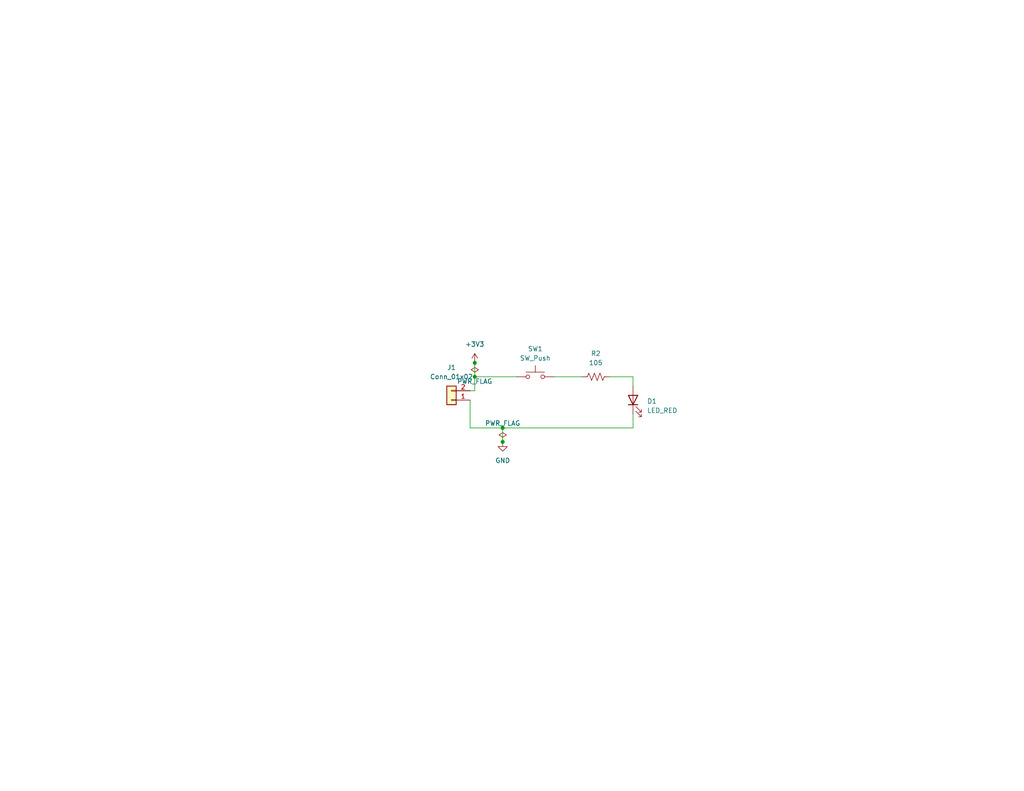
<source format=kicad_sch>
(kicad_sch (version 20230121) (generator eeschema)
  (paper "USLetter")
  (title_block (title "LED project or smth") (date "2023-09-06") (rev "1.0") (company "Illini Solar Car") (comment 1 "Designed By: Your Name"))
  (lib_symbols
    (symbol "Connector_Generic:Conn_01x02" (pin_names (offset 1.016) hide)
      (property "Reference" "J" (at 0 2.54 0))
      (property "Value" "Conn_01x02" (at 0 -5.08 0))
      (symbol "Conn_01x02_1_1"
        (rectangle (start -1.27 -2.413) (end 0 -2.667) (stroke (width 0.1524)))
        (rectangle (start -1.27 0.127) (end 0 -0.127) (stroke (width 0.1524)))
        (rectangle (start -1.27 1.27) (end 1.27 -3.81) (stroke (width 0.254)) (fill (type background)))
        (pin passive line (at -5.08 0 0) (length 3.81) (name "Pin_1") (number "1"))
        (pin passive line (at -5.08 -2.54 0) (length 3.81) (name "Pin_2") (number "2"))
      )
    )
    (symbol "R_US_1" (pin_numbers hide) (pin_names (offset 0))
      (property "Reference" "R" (at 0 2.54 0))
      (property "Value" "R_US" (at 0 -2.54 0))
      (symbol "R_US_1_0_1"
        (polyline (pts (xy -2.286 0) (xy -2.54 0)))
        (polyline (pts (xy 2.286 0) (xy 2.54 0)))
        (polyline (pts (xy -2.286 0) (xy -1.905 1.016) (xy -1.524 0) (xy -1.143 -1.016) (xy -0.762 0)))
        (polyline (pts (xy -0.762 0) (xy -0.381 1.016) (xy 0 0) (xy 0.381 -1.016) (xy 0.762 0)))
        (polyline (pts (xy 0.762 0) (xy 1.143 1.016) (xy 1.524 0) (xy 1.905 -1.016) (xy 2.286 0)))
      )
      (symbol "R_US_1_1_1"
        (pin passive line (at -3.81 0 0) (length 1.27) (name "~") (number "1"))
        (pin passive line (at 3.81 0 180) (length 1.27) (name "~") (number "2"))
      )
    )
    (symbol "Switch:SW_Push" (pin_numbers hide) (pin_names (offset 1.016) hide)
      (property "Reference" "SW" (at 1.27 2.54 0))
      (property "Value" "SW_Push" (at 0 -1.524 0))
      (symbol "SW_Push_0_1"
        (circle (center -2.032 0) (radius 0.508))
        (polyline (pts (xy 0 1.27) (xy 0 3.048)))
        (polyline (pts (xy 2.54 1.27) (xy -2.54 1.27)))
        (circle (center 2.032 0) (radius 0.508))
        (pin passive line (at -5.08 0 0) (length 2.54) (name "1") (number "1"))
        (pin passive line (at 5.08 0 180) (length 2.54) (name "2") (number "2"))
      )
    )
    (symbol "device:LED" (pin_numbers hide) (pin_names (offset 1.016) hide)
      (property "Reference" "D" (at 0 2.54 0))
      (property "Value" "LED" (at 0 -2.54 0))
      (symbol "LED_0_1"
        (polyline (pts (xy -1.27 -1.27) (xy -1.27 1.27)) (stroke (width 0.254)))
        (polyline (pts (xy -1.27 0) (xy 1.27 0)))
        (polyline (pts (xy 1.27 -1.27) (xy 1.27 1.27) (xy -1.27 0) (xy 1.27 -1.27)) (stroke (width 0.254)))
        (polyline (pts (xy -3.048 -0.762) (xy -4.572 -2.286) (xy -3.81 -2.286) (xy -4.572 -2.286) (xy -4.572 -1.524)))
        (polyline (pts (xy -1.778 -0.762) (xy -3.302 -2.286) (xy -2.54 -2.286) (xy -3.302 -2.286) (xy -3.302 -1.524)))
      )
      (symbol "LED_1_1"
        (pin passive line (at -3.81 0 0) (length 2.54) (name "K") (number "1"))
        (pin passive line (at 3.81 0 180) (length 2.54) (name "A") (number "2"))
      )
    )
    (symbol "power:+3V3" (power) (pin_names (offset 0))
      (property "Value" "+3V3" (at 0 3.556 0))
      (symbol "+3V3_0_1"
        (polyline (pts (xy -0.762 1.27) (xy 0 2.54)))
        (polyline (pts (xy 0 0) (xy 0 2.54)))
        (polyline (pts (xy 0 2.54) (xy 0.762 1.27)))
      )
      (symbol "+3V3_1_1"
        (pin power_in line (at 0 0 90) (length 0) hide (name "+3V3") (number "1"))
      )
    )
    (symbol "power:GND" (power) (pin_names (offset 0))
      (property "Value" "GND" (at 0 -3.81 0))
      (symbol "GND_0_1"
        (polyline (pts (xy 0 0) (xy 0 -1.27) (xy 1.27 -1.27) (xy 0 -2.54) (xy -1.27 -1.27) (xy 0 -1.27)))
      )
      (symbol "GND_1_1"
        (pin power_in line (at 0 0 270) (length 0) hide (name "GND") (number "1"))
      )
    )
    (symbol "power:PWR_FLAG" (power) (pin_numbers hide) (pin_names (offset 0) hide)
      (property "Value" "PWR_FLAG" (at 0 3.81 0))
      (symbol "PWR_FLAG_0_0"
        (pin power_out line (at 0 0 90) (length 0) (name "pwr") (number "1"))
      )
      (symbol "PWR_FLAG_0_1"
        (polyline (pts (xy 0 0) (xy 0 1.27) (xy -1.016 1.905) (xy 0 2.54) (xy 1.016 1.905) (xy 0 1.27)))
      )
    )
  )
  (junction (at 129.54 99.06))
  (junction (at 137.16 116.84))
  (junction (at 137.16 120.65))
  (junction (at 129.54 102.87))
  (wire (pts (xy 129.54 102.87) (xy 140.97 102.87)))
  (wire (pts (xy 128.27 109.22) (xy 128.27 116.84)))
  (wire (pts (xy 128.27 116.84) (xy 137.16 116.84)))
  (wire (pts (xy 172.72 102.87) (xy 172.72 105.41)))
  (wire (pts (xy 129.54 106.68) (xy 129.54 102.87)))
  (wire (pts (xy 137.16 120.65) (xy 137.16 116.84)))
  (wire (pts (xy 129.54 99.06) (xy 129.54 102.87)))
  (wire (pts (xy 166.37 102.87) (xy 172.72 102.87)))
  (wire (pts (xy 137.16 116.84) (xy 172.72 116.84)))
  (wire (pts (xy 128.27 106.68) (xy 129.54 106.68)))
  (wire (pts (xy 172.72 113.03) (xy 172.72 116.84)))
  (wire (pts (xy 151.13 102.87) (xy 158.75 102.87)))
  (symbol (lib_id "device:LED") (at 172.72 109.22 90) (unit 1)
    (property "Reference" "D1" (at 176.53 109.5375 90) (effects (justify right)))
    (property "Value" "LED_RED" (at 176.53 112.0775 90) (effects (justify right)))
    (property "Footprint" "layout:LED_0603_Symbol_on_F.SilkS" (effects hide))
    (property "Notes" "may change color" (effects hide))
  )
  (symbol (lib_id "power:PWR_FLAG") (at 137.16 120.65 0) (unit 1)
    (property "Reference" "#FLG02" (effects hide))
    (property "Value" "PWR_FLAG" (at 137.16 115.57 0))
  )
  (symbol (lib_id "power:PWR_FLAG") (at 129.54 99.06 180) (unit 1)
    (property "Reference" "#FLG01" (effects hide))
    (property "Value" "PWR_FLAG" (at 129.54 104.14 0))
  )
  (symbol (lib_name "R_US_1") (lib_id "Device:R_US") (at 162.56 102.87 0) (unit 1)
    (property "Reference" "R2" (at 162.56 96.52 0))
    (property "Value" "105" (at 162.56 99.06 0))
    (property "Footprint" "Resistor_SMD:R_0603_1608Metric_Pad0.98x0.95mm_HandSolder" (effects hide))
  )
  (symbol (lib_id "Connector_Generic:Conn_01x02") (at 123.19 109.22 180) (unit 1)
    (property "Reference" "J1" (at 123.19 100.33 0))
    (property "Value" "Conn_01x02" (at 123.19 102.87 0))
    (property "Footprint" "Connector_Molex:Molex_KK-254_AE-6410-02A_1x02_P2.54mm_Vertical" (effects hide))
    (property "Datasheet" "https://tools.molex.com/pdm_docs/sd/022272021_sd.pdf" (effects hide))
  )
  (symbol (lib_id "power:+3V3") (at 129.54 99.06 0) (unit 1)
    (property "Reference" "#PWR01" (effects hide))
    (property "Value" "+3V3" (at 129.54 93.98 0))
  )
  (symbol (lib_id "Switch:SW_Push") (at 146.05 102.87 0) (unit 1)
    (property "Reference" "SW1" (at 146.05 95.25 0))
    (property "Value" "SW_Push" (at 146.05 97.79 0))
    (property "Footprint" "Button_Switch_SMD:SW_DIP_SPSTx01_Slide_6.7x4.1mm_W8.61mm_P2.54mm_LowProfile" (effects hide))
    (property "Datasheet" "https://www.te.com/usa-en/product-1825910-6.datasheet.pdf" (effects hide))
  )
  (symbol (lib_id "power:GND") (at 137.16 120.65 0) (unit 1)
    (property "Reference" "#PWR02" (effects hide))
    (property "Value" "GND" (at 137.16 125.73 0))
  )
)
</source>
